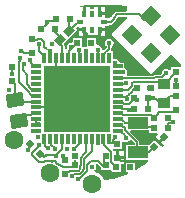
<source format=gtl>
G04*
G04 #@! TF.GenerationSoftware,Altium Limited,Altium Designer,20.0.13 (296)*
G04*
G04 Layer_Physical_Order=1*
G04 Layer_Color=255*
%FSLAX25Y25*%
%MOIN*%
G70*
G01*
G75*
%ADD14C,0.00600*%
%ADD15R,0.22441X0.22441*%
%ADD16R,0.01181X0.03347*%
%ADD17R,0.03347X0.01181*%
G04:AMPARAMS|DCode=18|XSize=57.09mil|YSize=45.28mil|CornerRadius=0mil|HoleSize=0mil|Usage=FLASHONLY|Rotation=190.000|XOffset=0mil|YOffset=0mil|HoleType=Round|Shape=Rectangle|*
%AMROTATEDRECTD18*
4,1,4,0.02418,0.02725,0.03204,-0.01734,-0.02418,-0.02725,-0.03204,0.01734,0.02418,0.02725,0.0*
%
%ADD18ROTATEDRECTD18*%

%ADD19R,0.03937X0.03543*%
G04:AMPARAMS|DCode=20|XSize=29.53mil|YSize=23.62mil|CornerRadius=0mil|HoleSize=0mil|Usage=FLASHONLY|Rotation=45.000|XOffset=0mil|YOffset=0mil|HoleType=Round|Shape=Rectangle|*
%AMROTATEDRECTD20*
4,1,4,-0.00209,-0.01879,-0.01879,-0.00209,0.00209,0.01879,0.01879,0.00209,-0.00209,-0.01879,0.0*
%
%ADD20ROTATEDRECTD20*%

%ADD21R,0.02165X0.02165*%
%ADD22R,0.07087X0.03937*%
%ADD23R,0.02165X0.02165*%
%ADD24P,0.06960X4X90.0*%
%ADD25R,0.01575X0.02362*%
%ADD26R,0.02362X0.01575*%
%ADD27P,0.03062X4X180.0*%
%ADD28P,0.03062X4X90.0*%
%ADD45C,0.00500*%
%ADD46C,0.00800*%
%ADD47C,0.00400*%
%ADD48C,0.01772*%
%ADD49C,0.06299*%
G36*
X44235Y13683D02*
Y12947D01*
X41357D01*
Y8010D01*
X48682D01*
X48869Y7510D01*
X48364Y7073D01*
X45777Y5277D01*
X44813Y4750D01*
X44383Y5005D01*
Y7083D01*
X41217D01*
Y3917D01*
X42068D01*
X42167Y3417D01*
X40104Y2562D01*
X37082Y1675D01*
X34026Y1124D01*
X33625Y2093D01*
X32959Y2960D01*
X32093Y3625D01*
X31083Y4043D01*
X30988Y4055D01*
X30867Y4576D01*
X30980Y4651D01*
X31286Y5109D01*
X31394Y5650D01*
X31286Y6191D01*
X31279Y6202D01*
X31504Y6649D01*
X31951Y6692D01*
X33118Y5525D01*
Y4641D01*
X36283D01*
X36617Y4279D01*
Y3917D01*
X39783D01*
Y6617D01*
X40583D01*
Y8200D01*
X38500D01*
Y8700D01*
X38000D01*
Y10783D01*
X37256D01*
X37240Y10862D01*
X37074Y11110D01*
X37074Y11111D01*
X36967Y11217D01*
X37174Y11717D01*
X40083D01*
Y13813D01*
X40583Y14080D01*
X40787Y13943D01*
X41327Y13836D01*
X41868Y13943D01*
X42327Y14250D01*
X42581Y14630D01*
X43121Y14797D01*
X44235Y13683D01*
D02*
G37*
G36*
X49117Y16917D02*
X51765D01*
X51972Y16417D01*
X51181Y15626D01*
X52300Y14507D01*
X53773Y15980D01*
X54480Y15273D01*
X53007Y13800D01*
X53951Y12857D01*
X53604Y12393D01*
X53027Y12458D01*
X50874Y14612D01*
X49209Y12947D01*
X45765D01*
Y14000D01*
X45706Y14293D01*
X45541Y14541D01*
X45541Y14541D01*
X42691Y17391D01*
X42882Y17853D01*
X49117D01*
Y16917D01*
D02*
G37*
G36*
X41620Y57880D02*
X41429Y57418D01*
X38437D01*
X38086Y57348D01*
X37788Y57149D01*
X36569Y55930D01*
X36370Y55632D01*
X36346Y55509D01*
X35870Y55210D01*
X35827Y55203D01*
X35618Y55287D01*
Y55287D01*
X34347D01*
Y56197D01*
X32559D01*
Y56697D01*
X32059D01*
Y58878D01*
X30772D01*
Y58378D01*
X29228D01*
Y58878D01*
X27941D01*
Y56697D01*
X26941D01*
Y58878D01*
X25919D01*
X25892Y59378D01*
X28741Y59684D01*
X30316D01*
X30316Y59684D01*
X39816Y59684D01*
X41620Y57880D01*
D02*
G37*
G36*
X41837Y55120D02*
X36844Y50128D01*
X36719Y49825D01*
X36686Y49745D01*
X36844Y49363D01*
X36845Y49363D01*
X49372Y36835D01*
X49675Y36709D01*
X49755Y36677D01*
X50137Y36835D01*
X50137Y36835D01*
X56401Y43099D01*
X59693Y39806D01*
Y39337D01*
X59583Y38883D01*
X56417D01*
Y38054D01*
X55917Y37902D01*
X55806Y38069D01*
X55348Y38375D01*
X54807Y38483D01*
X54266Y38375D01*
X53808Y38069D01*
X53501Y37611D01*
X53394Y37070D01*
X53449Y36793D01*
X53092Y36436D01*
X51221D01*
X50928Y36378D01*
X50680Y36212D01*
X50540Y36072D01*
X41867D01*
X41600Y36572D01*
X41709Y36735D01*
X41816Y37276D01*
X41709Y37816D01*
X41403Y38275D01*
X40944Y38581D01*
X40756Y38618D01*
Y40335D01*
X39219D01*
X39118Y40842D01*
X38811Y41300D01*
X38353Y41607D01*
X37812Y41714D01*
X37417Y41636D01*
X36917Y41925D01*
Y44173D01*
X36691D01*
X36418Y44665D01*
X36476Y44958D01*
X36476Y44958D01*
Y45126D01*
X36550Y45236D01*
X36608Y45528D01*
X36608Y45529D01*
Y45789D01*
X36829Y45937D01*
X37135Y46395D01*
X37242Y46936D01*
X37135Y47477D01*
X36829Y47935D01*
X36370Y48241D01*
X35829Y48349D01*
X35289Y48241D01*
X34830Y47935D01*
X34524Y47477D01*
X34416Y46936D01*
X34524Y46395D01*
X34830Y45937D01*
X35065Y45780D01*
X35005Y45690D01*
X34947Y45397D01*
Y45274D01*
X34845Y45172D01*
X34633Y45130D01*
X34385Y44964D01*
X33946Y44525D01*
X33939Y44515D01*
X33468Y44710D01*
X33477Y44757D01*
X33370Y45297D01*
X33063Y45756D01*
X32605Y46062D01*
X32064Y46170D01*
X31883Y46134D01*
X31383Y46524D01*
Y48583D01*
X28217D01*
Y45895D01*
X28005Y45721D01*
X27465Y45613D01*
X27283Y45491D01*
X26783Y45759D01*
Y48583D01*
X23617D01*
Y47297D01*
X23129Y46887D01*
X23000Y46913D01*
X22459Y46805D01*
X22001Y46499D01*
X21695Y46041D01*
X21587Y45500D01*
X21641Y45227D01*
X21478Y45063D01*
X20936Y45227D01*
X20926Y45272D01*
X20918Y45286D01*
Y46021D01*
X20848Y46372D01*
X20649Y46670D01*
Y46771D01*
X22055Y48178D01*
Y48178D01*
X22322Y48445D01*
X25117Y51240D01*
X24577Y51780D01*
X25154Y52356D01*
X25654Y52149D01*
Y51803D01*
X27441D01*
Y51303D01*
X27941D01*
Y49122D01*
X29228D01*
Y49622D01*
X30772D01*
Y49122D01*
X32059D01*
Y51303D01*
X32559D01*
Y51803D01*
X34347D01*
Y52713D01*
X35618D01*
Y53082D01*
X36331D01*
X36682Y53152D01*
X36980Y53351D01*
X37867Y54238D01*
X38066Y54536D01*
X38136Y54887D01*
Y54901D01*
X38817Y55582D01*
X41646D01*
X41837Y55120D01*
D02*
G37*
%LPC*%
G36*
X40583Y10783D02*
X39000D01*
Y9200D01*
X40583D01*
Y10783D01*
D02*
G37*
G36*
X34347Y58878D02*
X33059D01*
Y57197D01*
X34347D01*
Y58878D01*
D02*
G37*
G36*
Y50803D02*
X33059D01*
Y49122D01*
X34347D01*
Y50803D01*
D02*
G37*
G36*
X26941D02*
X25654D01*
Y49122D01*
X26941D01*
Y50803D01*
D02*
G37*
%LPD*%
D14*
X42146Y24894D02*
X42365Y24676D01*
X41736Y24894D02*
X42146D01*
X42365Y24899D02*
X44099D01*
X42317Y29914D02*
X42786Y30383D01*
X42317Y29728D02*
Y29914D01*
X41638Y29049D02*
X41728Y28959D01*
X38583Y29402D02*
X38983Y29001D01*
X41833Y29244D02*
X42317Y29728D01*
X42786Y30383D02*
X42972D01*
X41728Y29244D02*
X41833D01*
X41014Y29001D02*
X41238Y29038D01*
X38983Y29001D02*
X41014D01*
X42972Y30383D02*
X44200Y31611D01*
X41238Y29038D02*
X41377Y29177D01*
X41444Y29244D02*
X41728D01*
X41377Y29177D02*
X41444Y29244D01*
X40587Y26855D02*
X40862Y26580D01*
X42427D02*
X44200Y28354D01*
X40862Y26580D02*
X42427D01*
X44200Y28354D02*
Y28500D01*
X41728Y28266D02*
Y28959D01*
X40243Y26855D02*
X40587D01*
X39665Y27433D02*
X40243Y26855D01*
X44099Y24899D02*
X44200Y25000D01*
X41631D02*
X41736Y24894D01*
X38583Y25465D02*
X39665D01*
X40130Y25000D01*
X41631D01*
X38583Y27433D02*
X39665D01*
D15*
X25000Y28417D02*
D03*
D16*
X35827Y14835D02*
D03*
X33858D02*
D03*
X31890D02*
D03*
X29921D02*
D03*
X27953D02*
D03*
X25984D02*
D03*
X24016D02*
D03*
X22047D02*
D03*
X20079D02*
D03*
X18110D02*
D03*
X16142D02*
D03*
X14173D02*
D03*
Y42000D02*
D03*
X16142D02*
D03*
X18110D02*
D03*
X20079D02*
D03*
X22047D02*
D03*
X24016D02*
D03*
X25984D02*
D03*
X27953D02*
D03*
X29921D02*
D03*
X31890D02*
D03*
X33858D02*
D03*
X35827D02*
D03*
D17*
X11417Y17591D02*
D03*
Y19559D02*
D03*
Y21528D02*
D03*
Y23496D02*
D03*
Y25465D02*
D03*
Y27433D02*
D03*
Y29402D02*
D03*
Y31370D02*
D03*
Y33339D02*
D03*
Y35307D02*
D03*
Y37276D02*
D03*
Y39244D02*
D03*
X38583D02*
D03*
Y37276D02*
D03*
Y35307D02*
D03*
Y33339D02*
D03*
Y31370D02*
D03*
Y29402D02*
D03*
Y27433D02*
D03*
Y25465D02*
D03*
Y23496D02*
D03*
Y21528D02*
D03*
Y19559D02*
D03*
Y17591D02*
D03*
D18*
X5770Y21011D02*
D03*
X4540Y27990D02*
D03*
D19*
X54000Y26850D02*
D03*
Y33150D02*
D03*
D20*
X19469Y47969D02*
D03*
X22531Y51031D02*
D03*
D21*
X24268Y9176D02*
D03*
Y6224D02*
D03*
X34701D02*
D03*
Y9176D02*
D03*
X44200Y28500D02*
D03*
X48800D02*
D03*
Y25000D02*
D03*
X44200D02*
D03*
X55300Y22000D02*
D03*
X50700D02*
D03*
X42800Y5500D02*
D03*
X38200D02*
D03*
X49800Y32000D02*
D03*
X45200D02*
D03*
X29800Y47000D02*
D03*
X25200D02*
D03*
X55300Y18500D02*
D03*
X50700D02*
D03*
X13200Y51500D02*
D03*
X17800D02*
D03*
X22800Y55000D02*
D03*
X18200D02*
D03*
D22*
X45400Y20321D02*
D03*
Y10479D02*
D03*
D23*
X58000Y29300D02*
D03*
Y24700D02*
D03*
X21000Y7800D02*
D03*
Y3200D02*
D03*
X10000Y43700D02*
D03*
Y48300D02*
D03*
X38500Y8700D02*
D03*
Y13300D02*
D03*
X58000Y32700D02*
D03*
Y37300D02*
D03*
X3500Y38800D02*
D03*
Y34200D02*
D03*
D24*
X49755Y56009D02*
D03*
X43491Y49745D02*
D03*
X56018D02*
D03*
X49755Y43482D02*
D03*
D25*
X27441Y56697D02*
D03*
X30000D02*
D03*
X32559D02*
D03*
X27441Y51303D02*
D03*
X30000D02*
D03*
X32559D02*
D03*
D26*
X33937Y54000D02*
D03*
X26063D02*
D03*
D27*
X9374Y13126D02*
D03*
X12626Y9874D02*
D03*
D28*
X54126Y15626D02*
D03*
X50874Y12374D02*
D03*
D45*
X28345Y4424D02*
G03*
X28176Y4274I9614J-10988D01*
G01*
X16551Y7449D02*
X16565Y7435D01*
X14173Y7449D02*
X16551D01*
X14040Y7317D02*
X14173Y7449D01*
X15269Y11805D02*
Y11861D01*
X20264Y8536D02*
Y9238D01*
X22874Y4391D02*
X25661D01*
X22765Y4500D02*
X22874Y4391D01*
X22687Y4500D02*
X22765D01*
X22219Y4033D02*
X22687Y4500D01*
X21833Y4033D02*
X22219D01*
X25383Y1507D02*
X25465D01*
X17551Y11822D02*
X17597Y11776D01*
X14397Y12733D02*
X15269Y11861D01*
X16482Y12904D02*
X17551Y11836D01*
X16482Y12904D02*
Y14494D01*
X18818Y6756D02*
X19607Y5967D01*
X18308Y6756D02*
X18818D01*
X17615Y7449D02*
X18308Y6756D01*
X16579Y7449D02*
X17615D01*
X16565Y7435D02*
X16579Y7449D01*
X23500Y2755D02*
X24136Y3391D01*
X20264Y8536D02*
X21000Y7800D01*
X17551Y11822D02*
Y11836D01*
X14397Y12733D02*
Y14611D01*
X26075Y3391D02*
X27100Y4416D01*
X24136Y3391D02*
X26075D01*
X16142Y14835D02*
X16482Y14494D01*
X14173Y14835D02*
X14397Y14611D01*
X25839Y42145D02*
X25984Y42000D01*
X25839Y42145D02*
Y44387D01*
X25694Y44532D02*
X25839Y44387D01*
X25984Y42000D02*
X26000Y42016D01*
Y43500D01*
X27988Y44308D02*
X28005D01*
X27953Y44343D02*
X27988Y44308D01*
X27953Y42000D02*
Y44343D01*
X31977Y44669D02*
X32064Y44757D01*
X35829Y46936D02*
X35843Y46922D01*
X25235Y1656D02*
X25383Y1507D01*
X25661Y4391D02*
X26100Y4830D01*
X25528Y1597D02*
X26322Y2391D01*
X25235Y1656D02*
Y1703D01*
X26322Y2391D02*
X26489D01*
X28100Y4002D02*
Y4190D01*
X27100Y4630D02*
X27251Y4781D01*
X27345Y4878D01*
Y8345D02*
X29921Y10921D01*
X27100Y4416D02*
Y4630D01*
X27345Y4878D02*
Y8345D01*
X28345Y4424D02*
Y6328D01*
X26100Y4830D02*
Y6000D01*
X26489Y2391D02*
X28100Y4002D01*
Y4190D02*
X28176Y4274D01*
X26100Y6000D02*
X26345Y6244D01*
X28345Y6328D02*
X29560Y7542D01*
X32182D01*
X21000Y3200D02*
X21833Y4033D01*
X26345Y6244D02*
Y8759D01*
X27429Y9843D02*
Y9976D01*
X26345Y8759D02*
X27429Y9843D01*
X34199Y12904D02*
X36533Y10570D01*
X34199Y12904D02*
Y14494D01*
X36533Y7166D02*
Y10570D01*
Y7166D02*
X38200Y5500D01*
X33858Y14835D02*
X34199Y14494D01*
X29921Y10921D02*
Y14835D01*
X32182Y7542D02*
X33951Y5774D01*
X24000Y11500D02*
X24006D01*
X20344Y5500D02*
X23791D01*
X19877Y5967D02*
X20344Y5500D01*
X19607Y5967D02*
X19877D01*
X24268Y5500D02*
Y7976D01*
X45500Y6500D02*
Y7282D01*
X45609Y7391D01*
X38583Y33339D02*
X38663Y33419D01*
X41419D01*
X41500Y33500D01*
X42085Y31370D02*
X43344Y32629D01*
Y33553D01*
X43637Y33846D01*
X46080D01*
X53408Y35671D02*
X54807Y37070D01*
X37756Y31370D02*
X42085D01*
X52317Y33833D02*
X53419Y32730D01*
X46093Y33833D02*
X52317D01*
X38583Y35307D02*
X50857D01*
X51221Y35671D01*
X53408D01*
X31890Y42000D02*
X31977Y42087D01*
Y44669D01*
X35843Y45528D02*
Y46922D01*
X35712Y45397D02*
X35843Y45528D01*
X33858Y43083D02*
X34343Y43567D01*
X34486Y43732D02*
Y43984D01*
X34343Y43567D02*
Y43588D01*
X34486Y43732D01*
X33858Y42000D02*
Y43083D01*
X34486Y43984D02*
X34926Y44423D01*
X35178D01*
X35712Y44958D01*
Y45397D01*
X51700Y23000D02*
X51700D01*
X52533Y23833D02*
X57133D01*
X51700Y23000D02*
X52533Y23833D01*
X50700Y22000D02*
X51700Y23000D01*
X57133Y23833D02*
X58000Y24700D01*
X46080Y33846D02*
X46093Y33833D01*
X53697Y32650D02*
X55218Y34171D01*
X53500Y32650D02*
X53697D01*
X55218Y34171D02*
Y34368D01*
X57167Y36317D01*
Y36467D01*
X58000Y37300D01*
X41347Y17653D02*
X45000Y14000D01*
X38583Y19559D02*
X39665D01*
X45000Y10579D02*
Y14000D01*
X38583Y19449D02*
X39329D01*
X5596Y33904D02*
Y40479D01*
X7007Y37856D02*
X8507Y36356D01*
Y33114D02*
Y36356D01*
X7007Y37856D02*
Y39577D01*
X8507Y33114D02*
X9001Y32620D01*
X7007Y39577D02*
X7232Y39802D01*
X5902Y41902D02*
X6000Y42000D01*
X7300Y43700D02*
X10000D01*
X6272Y44728D02*
X7300Y43700D01*
X5902Y40785D02*
Y41902D01*
X5596Y40479D02*
X5902Y40785D01*
X5596Y33904D02*
X8994Y30506D01*
Y30469D02*
Y30506D01*
Y30469D02*
X9433Y30029D01*
X10300Y48000D02*
X11687D01*
X11822Y48136D01*
X13178D01*
X14136Y47178D01*
X4259Y32026D02*
Y33441D01*
Y32026D02*
X4500Y31785D01*
Y28721D02*
Y31785D01*
X3500Y34200D02*
X4259Y33441D01*
X4500Y28721D02*
X5788Y27433D01*
X11077Y29742D02*
X11417Y29402D01*
X9758Y29742D02*
X11077D01*
X9471Y30029D02*
X9758Y29742D01*
X9433Y30029D02*
X9471D01*
X5788Y27433D02*
X11417D01*
X11077Y31711D02*
X11417Y31370D01*
X9001Y32294D02*
Y32620D01*
X9845Y31711D02*
X11077D01*
X9441Y31854D02*
X9701D01*
X9001Y32294D02*
X9441Y31854D01*
X9701D02*
X9845Y31711D01*
X14136Y45767D02*
Y47178D01*
Y45767D02*
X15112Y44791D01*
X15119D01*
X10000Y48300D02*
X10300Y48000D01*
X39665Y19559D02*
X40293Y18931D01*
X40567D01*
X41006Y18492D01*
Y17994D02*
Y18492D01*
Y17994D02*
X41347Y17653D01*
X45100Y20321D02*
X45400D01*
X41145D02*
X45100D01*
X40567Y20899D02*
X41145Y20321D01*
X40376Y20899D02*
X40567D01*
X40089Y21187D02*
X40376Y20899D01*
X40006Y21187D02*
X40089D01*
X39795Y21398D02*
X40006Y21187D01*
X39795Y21398D02*
Y21481D01*
X49660Y23040D02*
X50700Y22000D01*
X41346Y23040D02*
X49660D01*
X39665Y23496D02*
X40293Y22868D01*
X41175D01*
X41346Y23040D01*
X38583Y23496D02*
X39665D01*
X25644Y13411D02*
X25789Y13557D01*
X25644Y13144D02*
Y13411D01*
X25356Y12856D02*
X25644Y13144D01*
X25356Y12851D02*
Y12856D01*
X24006Y11500D02*
X25356Y12851D01*
X45000Y10579D02*
X49079D01*
X41347Y17653D02*
X41347D01*
X45500Y7500D02*
X45609Y7391D01*
X38500Y8700D02*
X39700Y7500D01*
X45500D01*
X27953Y10500D02*
Y14835D01*
X27429Y9976D02*
X27953Y10500D01*
X4500Y22957D02*
X9795D01*
X10335Y23496D01*
X11417D01*
X49079Y10579D02*
X50874Y12374D01*
D46*
X17813Y9500D02*
X18000D01*
X14869D02*
X17813D01*
X17994Y9320D01*
X18000Y9500D02*
X20053Y11553D01*
X12254Y7442D02*
X12999D01*
X10195Y9501D02*
X12254Y7442D01*
X12999D02*
X13125Y7317D01*
X10195Y9501D02*
Y10246D01*
X11817Y11868D01*
X8637Y11120D02*
X8823Y11306D01*
X20053Y11553D02*
Y14809D01*
X13125Y7317D02*
X14040D01*
X11817Y11868D02*
Y12093D01*
X9374Y12161D02*
Y13126D01*
X8823Y11611D02*
X9374Y12161D01*
X12248Y12524D02*
Y12787D01*
X8823Y11306D02*
Y11611D01*
X11817Y12093D02*
X12248Y12524D01*
X13878Y9046D02*
X14332Y9500D01*
X13229Y9695D02*
X13878Y9046D01*
X14601Y9232D02*
X14869Y9500D01*
X20053Y14809D02*
X20079Y14835D01*
X14332Y9500D02*
X14601Y9232D01*
X34201Y6024D02*
Y8976D01*
X12626Y9695D02*
X13229D01*
X12168Y19749D02*
Y19831D01*
Y19749D02*
X12359Y19559D01*
X51340Y28314D02*
X53152Y26502D01*
X55950Y29300D02*
X58000D01*
X55068Y28419D02*
X55950Y29300D01*
X55068Y28222D02*
Y28419D01*
X53697Y26850D02*
X55068Y28222D01*
X53500Y26850D02*
X53697D01*
X58000Y32700D02*
Y34500D01*
X50437Y28479D02*
X50458Y28458D01*
X9500Y41232D02*
X9686Y41046D01*
X3429Y38728D02*
X3500Y38800D01*
X3429Y36740D02*
Y38728D01*
X9686Y40314D02*
X10500Y39500D01*
X9686Y40314D02*
Y41046D01*
X12500Y44431D02*
Y46500D01*
X27441Y56697D02*
X27828Y57084D01*
Y57775D01*
X28000Y57946D01*
X17049Y54349D02*
X17700Y55000D01*
X15889Y54349D02*
X17049D01*
X15397Y53857D02*
X15889Y54349D01*
X15134Y53857D02*
X15397D01*
X13200Y51500D02*
X15000Y53300D01*
X19313Y46708D02*
Y47813D01*
Y46708D02*
X20000Y46021D01*
X22740Y51240D02*
X25113Y53613D01*
X22531Y51031D02*
X22740Y51240D01*
X25113Y53613D02*
X25676D01*
X26063Y54000D01*
X22740Y51240D02*
Y52345D01*
X22531Y52553D02*
X22740Y52345D01*
X22531Y52553D02*
Y54769D01*
X22300Y55000D02*
X22531Y54769D01*
X19469Y47969D02*
Y48831D01*
X17300Y51000D02*
X19469Y48831D01*
X19313Y47813D02*
X19469Y47969D01*
X20000Y45000D02*
Y46021D01*
Y45000D02*
X20079Y44921D01*
Y42000D02*
Y44921D01*
X14173Y42000D02*
Y42827D01*
X22238Y42191D02*
Y44238D01*
X24317Y46317D02*
X24517D01*
X22238Y44238D02*
X24317Y46317D01*
X24517D02*
X25200Y47000D01*
X12385Y44316D02*
X12500Y44431D01*
X28940Y49122D02*
X32091D01*
X32383Y51127D02*
X32559Y51303D01*
X32383Y49414D02*
Y51127D01*
X32091Y49122D02*
X32383Y49414D01*
X27441Y50910D02*
Y51303D01*
Y50910D02*
X27828Y50522D01*
X27844D01*
X28313Y50054D01*
Y49749D02*
Y50054D01*
Y49749D02*
X28940Y49122D01*
X45100Y20321D02*
X46421Y19000D01*
X37850Y15350D02*
Y15500D01*
X41036Y15541D02*
X41327Y15249D01*
X41036Y15541D02*
Y16221D01*
X37000Y14500D02*
X37850Y15350D01*
X37000Y13649D02*
X37651D01*
X36186D02*
X37000D01*
Y14500D01*
X37947Y17400D02*
X39856D01*
X41036Y16221D01*
X27441Y56697D02*
Y57091D01*
X27054Y57478D02*
X27441Y57091D01*
X56814Y20314D02*
X57000Y20500D01*
X54617Y17817D02*
X55300Y18500D01*
Y20250D01*
X56127Y20314D02*
X56814D01*
X56063Y20250D02*
X56127Y20314D01*
X55300Y20250D02*
X56063D01*
X48821Y28479D02*
X50437D01*
X48800Y28500D02*
X48821Y28479D01*
X12359Y19559D02*
X12370Y19549D01*
X11417Y19831D02*
Y21528D01*
X12359Y19559D02*
X12361D01*
X10559D02*
X12359D01*
X12370Y19549D02*
X12372D01*
X12361Y19559D02*
X12372Y19549D01*
X10500Y19500D02*
X10559Y19559D01*
X50500Y28314D02*
X51340D01*
X17920Y40917D02*
Y42000D01*
X10591Y25465D02*
X21220D01*
X22047Y42000D02*
X22238Y42191D01*
X48800Y25500D02*
Y28500D01*
X36331Y54000D02*
X37218Y54887D01*
X33937Y54000D02*
X36331D01*
X15500Y31500D02*
Y35619D01*
X15390Y35730D02*
X15500Y35619D01*
X37218Y55281D02*
X38437Y56500D01*
X47458Y54764D02*
X48500D01*
X45722Y56500D02*
X47458Y54764D01*
X38437Y56500D02*
X45722D01*
X37218Y54887D02*
Y55281D01*
X17920Y40917D02*
X18110Y40727D01*
Y34480D02*
Y40727D01*
Y34480D02*
X24173Y28417D01*
X14024Y42677D02*
X14173Y42827D01*
X12385Y44316D02*
X14024Y42677D01*
Y42677D02*
Y42677D01*
X46421Y19000D02*
X50700D01*
X21220Y25465D02*
X24173Y28417D01*
X37651Y13649D02*
X38000Y13300D01*
X36180Y13654D02*
X36186Y13649D01*
D47*
X37803Y21481D02*
X39795D01*
X37756Y21528D02*
X37803Y21481D01*
D48*
X17994Y9320D02*
D03*
X15269Y11805D02*
D03*
X18110Y15800D02*
D03*
X20264Y9238D02*
D03*
X25465Y1507D02*
D03*
X17597Y11776D02*
D03*
X8637Y11120D02*
D03*
X22040Y15500D02*
D03*
X21839Y11485D02*
D03*
X24110Y11700D02*
D03*
X23500Y2755D02*
D03*
X12197Y15614D02*
D03*
X12248Y12787D02*
D03*
X2402Y31300D02*
D03*
X25694Y44532D02*
D03*
X23000Y45500D02*
D03*
X28005Y44308D02*
D03*
X32064Y44757D02*
D03*
X35829Y46936D02*
D03*
X36000Y49500D02*
D03*
X40032Y44546D02*
D03*
X38091Y46722D02*
D03*
X29981Y5650D02*
D03*
X12168Y19831D02*
D03*
X15535Y31700D02*
D03*
X45500Y6500D02*
D03*
X41500Y33500D02*
D03*
X54807Y37070D02*
D03*
X42365Y24676D02*
D03*
X41728Y28266D02*
D03*
X40403Y37276D02*
D03*
X37812Y40301D02*
D03*
X42474Y42105D02*
D03*
X29920Y42000D02*
D03*
X44539Y40039D02*
D03*
X58000Y34500D02*
D03*
X47000Y37500D02*
D03*
X52000D02*
D03*
X49165Y31965D02*
D03*
X50458Y28458D02*
D03*
X45000Y28000D02*
D03*
X16032Y44365D02*
D03*
X3429Y36740D02*
D03*
X19000Y38000D02*
D03*
X25500Y35000D02*
D03*
X7232Y39802D02*
D03*
X6000Y42000D02*
D03*
X6268Y44272D02*
D03*
X9500Y41232D02*
D03*
X12500Y46500D02*
D03*
X16847Y21531D02*
D03*
X15134Y53857D02*
D03*
X16753Y46637D02*
D03*
X38000Y3000D02*
D03*
X31900Y13500D02*
D03*
X37850Y15500D02*
D03*
X41327Y15249D02*
D03*
X57000Y20500D02*
D03*
X48165Y14465D02*
D03*
X17500Y18500D02*
D03*
X29165Y34965D02*
D03*
X33000Y35000D02*
D03*
X28665Y29465D02*
D03*
X19665Y27465D02*
D03*
X34665Y18465D02*
D03*
X39000Y54132D02*
D03*
X41000Y58631D02*
D03*
X36500D02*
D03*
Y51631D02*
D03*
X55000Y40000D02*
D03*
D49*
X4000Y14500D02*
D03*
X16000Y3550D02*
D03*
X30000Y0D02*
D03*
M02*

</source>
